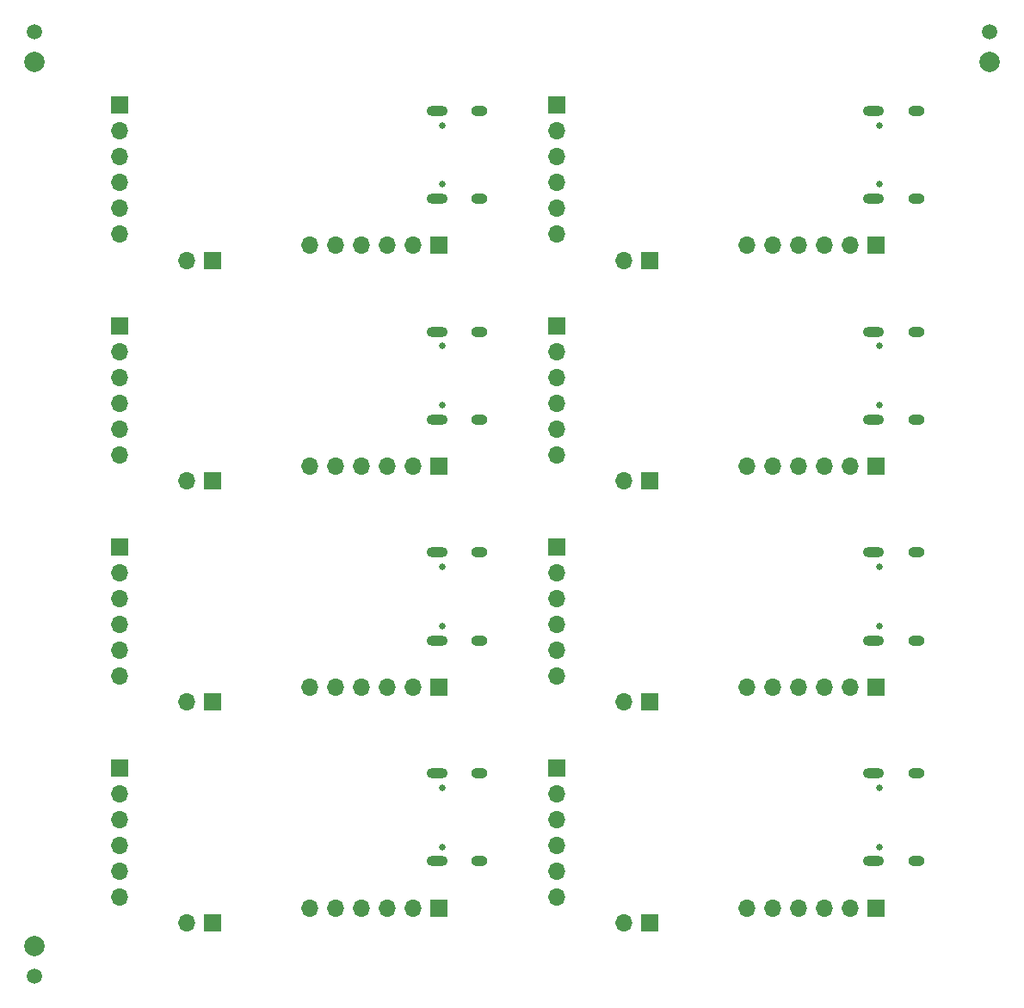
<source format=gbr>
G04 #@! TF.GenerationSoftware,KiCad,Pcbnew,5.1.7-a382d34a8~88~ubuntu20.04.1*
G04 #@! TF.CreationDate,2020-12-13T09:41:47+11:00*
G04 #@! TF.ProjectId,esp32-prog-panel,65737033-322d-4707-926f-672d70616e65,rev?*
G04 #@! TF.SameCoordinates,Original*
G04 #@! TF.FileFunction,Soldermask,Bot*
G04 #@! TF.FilePolarity,Negative*
%FSLAX46Y46*%
G04 Gerber Fmt 4.6, Leading zero omitted, Abs format (unit mm)*
G04 Created by KiCad (PCBNEW 5.1.7-a382d34a8~88~ubuntu20.04.1) date 2020-12-13 09:41:47*
%MOMM*%
%LPD*%
G01*
G04 APERTURE LIST*
%ADD10C,1.500000*%
%ADD11C,2.000000*%
%ADD12O,1.600000X1.000000*%
%ADD13C,0.650000*%
%ADD14O,2.100000X1.000000*%
%ADD15R,1.700000X1.700000*%
%ADD16O,1.700000X1.700000*%
G04 APERTURE END LIST*
D10*
X46000012Y-140000024D03*
X140000012Y-47000024D03*
X46000012Y-47000024D03*
D11*
X46000012Y-137000024D03*
X140000012Y-50000024D03*
X46000012Y-50000024D03*
D12*
X132750013Y-120030037D03*
D13*
X129100013Y-121460037D03*
D12*
X132750013Y-128670037D03*
D13*
X129100013Y-127240037D03*
D14*
X128570013Y-128670037D03*
X128570013Y-120030037D03*
D15*
X97350013Y-119500037D03*
D16*
X97350013Y-122040037D03*
X97350013Y-124580037D03*
X97350013Y-127120037D03*
X97350013Y-129660037D03*
X97350013Y-132200037D03*
D15*
X128750013Y-133300037D03*
D16*
X126210013Y-133300037D03*
X123670013Y-133300037D03*
X121130013Y-133300037D03*
X118590013Y-133300037D03*
X116050013Y-133300037D03*
X103960013Y-134750037D03*
D15*
X106500013Y-134750037D03*
D12*
X89750001Y-120030037D03*
D13*
X86100001Y-121460037D03*
D12*
X89750001Y-128670037D03*
D13*
X86100001Y-127240037D03*
D14*
X85570001Y-128670037D03*
X85570001Y-120030037D03*
D15*
X54350001Y-119500037D03*
D16*
X54350001Y-122040037D03*
X54350001Y-124580037D03*
X54350001Y-127120037D03*
X54350001Y-129660037D03*
X54350001Y-132200037D03*
D15*
X85750001Y-133300037D03*
D16*
X83210001Y-133300037D03*
X80670001Y-133300037D03*
X78130001Y-133300037D03*
X75590001Y-133300037D03*
X73050001Y-133300037D03*
X60960001Y-134750037D03*
D15*
X63500001Y-134750037D03*
D12*
X132750013Y-98280025D03*
D13*
X129100013Y-99710025D03*
D12*
X132750013Y-106920025D03*
D13*
X129100013Y-105490025D03*
D14*
X128570013Y-106920025D03*
X128570013Y-98280025D03*
D15*
X97350013Y-97750025D03*
D16*
X97350013Y-100290025D03*
X97350013Y-102830025D03*
X97350013Y-105370025D03*
X97350013Y-107910025D03*
X97350013Y-110450025D03*
D15*
X128750013Y-111550025D03*
D16*
X126210013Y-111550025D03*
X123670013Y-111550025D03*
X121130013Y-111550025D03*
X118590013Y-111550025D03*
X116050013Y-111550025D03*
X103960013Y-113000025D03*
D15*
X106500013Y-113000025D03*
D12*
X89750001Y-98280025D03*
D13*
X86100001Y-99710025D03*
D12*
X89750001Y-106920025D03*
D13*
X86100001Y-105490025D03*
D14*
X85570001Y-106920025D03*
X85570001Y-98280025D03*
D15*
X54350001Y-97750025D03*
D16*
X54350001Y-100290025D03*
X54350001Y-102830025D03*
X54350001Y-105370025D03*
X54350001Y-107910025D03*
X54350001Y-110450025D03*
D15*
X85750001Y-111550025D03*
D16*
X83210001Y-111550025D03*
X80670001Y-111550025D03*
X78130001Y-111550025D03*
X75590001Y-111550025D03*
X73050001Y-111550025D03*
X60960001Y-113000025D03*
D15*
X63500001Y-113000025D03*
D12*
X132750013Y-76530013D03*
D13*
X129100013Y-77960013D03*
D12*
X132750013Y-85170013D03*
D13*
X129100013Y-83740013D03*
D14*
X128570013Y-85170013D03*
X128570013Y-76530013D03*
D15*
X97350013Y-76000013D03*
D16*
X97350013Y-78540013D03*
X97350013Y-81080013D03*
X97350013Y-83620013D03*
X97350013Y-86160013D03*
X97350013Y-88700013D03*
D15*
X128750013Y-89800013D03*
D16*
X126210013Y-89800013D03*
X123670013Y-89800013D03*
X121130013Y-89800013D03*
X118590013Y-89800013D03*
X116050013Y-89800013D03*
X103960013Y-91250013D03*
D15*
X106500013Y-91250013D03*
D12*
X89750001Y-76530013D03*
D13*
X86100001Y-77960013D03*
D12*
X89750001Y-85170013D03*
D13*
X86100001Y-83740013D03*
D14*
X85570001Y-85170013D03*
X85570001Y-76530013D03*
D15*
X54350001Y-76000013D03*
D16*
X54350001Y-78540013D03*
X54350001Y-81080013D03*
X54350001Y-83620013D03*
X54350001Y-86160013D03*
X54350001Y-88700013D03*
D15*
X85750001Y-89800013D03*
D16*
X83210001Y-89800013D03*
X80670001Y-89800013D03*
X78130001Y-89800013D03*
X75590001Y-89800013D03*
X73050001Y-89800013D03*
X60960001Y-91250013D03*
D15*
X63500001Y-91250013D03*
D12*
X132750013Y-54780001D03*
D13*
X129100013Y-56210001D03*
D12*
X132750013Y-63420001D03*
D13*
X129100013Y-61990001D03*
D14*
X128570013Y-63420001D03*
X128570013Y-54780001D03*
D15*
X97350013Y-54250001D03*
D16*
X97350013Y-56790001D03*
X97350013Y-59330001D03*
X97350013Y-61870001D03*
X97350013Y-64410001D03*
X97350013Y-66950001D03*
D15*
X128750013Y-68050001D03*
D16*
X126210013Y-68050001D03*
X123670013Y-68050001D03*
X121130013Y-68050001D03*
X118590013Y-68050001D03*
X116050013Y-68050001D03*
X103960013Y-69500001D03*
D15*
X106500013Y-69500001D03*
D12*
X89750001Y-54780001D03*
D13*
X86100001Y-56210001D03*
D12*
X89750001Y-63420001D03*
D13*
X86100001Y-61990001D03*
D14*
X85570001Y-63420001D03*
X85570001Y-54780001D03*
D15*
X54350001Y-54250001D03*
D16*
X54350001Y-56790001D03*
X54350001Y-59330001D03*
X54350001Y-61870001D03*
X54350001Y-64410001D03*
X54350001Y-66950001D03*
D15*
X85750001Y-68050001D03*
D16*
X83210001Y-68050001D03*
X80670001Y-68050001D03*
X78130001Y-68050001D03*
X75590001Y-68050001D03*
X73050001Y-68050001D03*
X60960001Y-69500001D03*
D15*
X63500001Y-69500001D03*
M02*

</source>
